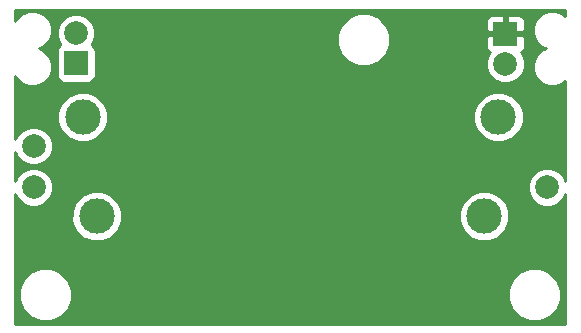
<source format=gbl>
G04 #@! TF.FileFunction,Copper,L2,Bot,Signal*
%FSLAX46Y46*%
G04 Gerber Fmt 4.6, Leading zero omitted, Abs format (unit mm)*
G04 Created by KiCad (PCBNEW 4.0.7) date Tuesday, 26 September 2017 'PMt' 23:25:46*
%MOMM*%
%LPD*%
G01*
G04 APERTURE LIST*
%ADD10C,0.100000*%
%ADD11R,2.000000X2.000000*%
%ADD12C,2.000000*%
%ADD13C,3.000000*%
%ADD14C,0.600000*%
%ADD15C,1.000000*%
%ADD16C,0.250000*%
%ADD17C,0.254000*%
G04 APERTURE END LIST*
D10*
D11*
X126700000Y-98790000D03*
D12*
X126700000Y-96250000D03*
X123100000Y-109300000D03*
X123100000Y-105800000D03*
X166600000Y-109300000D03*
D13*
X161250000Y-111750000D03*
X162450000Y-103350000D03*
X128450000Y-111750000D03*
X127250000Y-103350000D03*
D11*
X163050000Y-96310000D03*
D12*
X163050000Y-98850000D03*
X137600000Y-98930018D03*
D14*
X146032755Y-105454288D03*
X153250000Y-113000000D03*
D15*
X154250000Y-103000000D03*
D16*
X137600000Y-98930018D02*
X135300000Y-98930018D01*
X135300000Y-98930018D02*
X135130018Y-98930018D01*
X137600000Y-98930018D02*
X137798009Y-98930018D01*
X163050000Y-96310000D02*
X164300000Y-96310000D01*
D17*
G36*
X168140000Y-94827731D02*
X167927363Y-94614722D01*
X167326648Y-94365284D01*
X166676205Y-94364716D01*
X166075057Y-94613106D01*
X165614722Y-95072637D01*
X165365284Y-95673352D01*
X165364716Y-96323795D01*
X165613106Y-96924943D01*
X166072637Y-97385278D01*
X166469567Y-97550097D01*
X166075057Y-97713106D01*
X165614722Y-98172637D01*
X165365284Y-98773352D01*
X165364716Y-99423795D01*
X165613106Y-100024943D01*
X166072637Y-100485278D01*
X166673352Y-100734716D01*
X167323795Y-100735284D01*
X167924943Y-100486894D01*
X168140000Y-100272213D01*
X168140000Y-108745601D01*
X167986894Y-108375057D01*
X167527363Y-107914722D01*
X166926648Y-107665284D01*
X166276205Y-107664716D01*
X165675057Y-107913106D01*
X165214722Y-108372637D01*
X164965284Y-108973352D01*
X164964716Y-109623795D01*
X165213106Y-110224943D01*
X165672637Y-110685278D01*
X166273352Y-110934716D01*
X166923795Y-110935284D01*
X167524943Y-110686894D01*
X167985278Y-110227363D01*
X168140000Y-109854750D01*
X168140000Y-120840000D01*
X121560000Y-120840000D01*
X121560000Y-118842619D01*
X121864613Y-118842619D01*
X122204155Y-119664372D01*
X122832321Y-120293636D01*
X123653481Y-120634611D01*
X124542619Y-120635387D01*
X125364372Y-120295845D01*
X125993636Y-119667679D01*
X126334611Y-118846519D01*
X126334614Y-118842619D01*
X163264613Y-118842619D01*
X163604155Y-119664372D01*
X164232321Y-120293636D01*
X165053481Y-120634611D01*
X165942619Y-120635387D01*
X166764372Y-120295845D01*
X167393636Y-119667679D01*
X167734611Y-118846519D01*
X167735387Y-117957381D01*
X167395845Y-117135628D01*
X166767679Y-116506364D01*
X165946519Y-116165389D01*
X165057381Y-116164613D01*
X164235628Y-116504155D01*
X163606364Y-117132321D01*
X163265389Y-117953481D01*
X163264613Y-118842619D01*
X126334614Y-118842619D01*
X126335387Y-117957381D01*
X125995845Y-117135628D01*
X125367679Y-116506364D01*
X124546519Y-116165389D01*
X123657381Y-116164613D01*
X122835628Y-116504155D01*
X122206364Y-117132321D01*
X121865389Y-117953481D01*
X121864613Y-118842619D01*
X121560000Y-118842619D01*
X121560000Y-112172815D01*
X126314630Y-112172815D01*
X126638980Y-112957800D01*
X127239041Y-113558909D01*
X128023459Y-113884628D01*
X128872815Y-113885370D01*
X129657800Y-113561020D01*
X130258909Y-112960959D01*
X130584628Y-112176541D01*
X130584631Y-112172815D01*
X159114630Y-112172815D01*
X159438980Y-112957800D01*
X160039041Y-113558909D01*
X160823459Y-113884628D01*
X161672815Y-113885370D01*
X162457800Y-113561020D01*
X163058909Y-112960959D01*
X163384628Y-112176541D01*
X163385370Y-111327185D01*
X163061020Y-110542200D01*
X162460959Y-109941091D01*
X161676541Y-109615372D01*
X160827185Y-109614630D01*
X160042200Y-109938980D01*
X159441091Y-110539041D01*
X159115372Y-111323459D01*
X159114630Y-112172815D01*
X130584631Y-112172815D01*
X130585370Y-111327185D01*
X130261020Y-110542200D01*
X129660959Y-109941091D01*
X128876541Y-109615372D01*
X128027185Y-109614630D01*
X127242200Y-109938980D01*
X126641091Y-110539041D01*
X126315372Y-111323459D01*
X126314630Y-112172815D01*
X121560000Y-112172815D01*
X121560000Y-109854399D01*
X121713106Y-110224943D01*
X122172637Y-110685278D01*
X122773352Y-110934716D01*
X123423795Y-110935284D01*
X124024943Y-110686894D01*
X124485278Y-110227363D01*
X124734716Y-109626648D01*
X124735284Y-108976205D01*
X124486894Y-108375057D01*
X124027363Y-107914722D01*
X123426648Y-107665284D01*
X122776205Y-107664716D01*
X122175057Y-107913106D01*
X121714722Y-108372637D01*
X121560000Y-108745250D01*
X121560000Y-106354399D01*
X121713106Y-106724943D01*
X122172637Y-107185278D01*
X122773352Y-107434716D01*
X123423795Y-107435284D01*
X124024943Y-107186894D01*
X124485278Y-106727363D01*
X124734716Y-106126648D01*
X124735284Y-105476205D01*
X124486894Y-104875057D01*
X124027363Y-104414722D01*
X123426648Y-104165284D01*
X122776205Y-104164716D01*
X122175057Y-104413106D01*
X121714722Y-104872637D01*
X121560000Y-105245250D01*
X121560000Y-103772815D01*
X125114630Y-103772815D01*
X125438980Y-104557800D01*
X126039041Y-105158909D01*
X126823459Y-105484628D01*
X127672815Y-105485370D01*
X128457800Y-105161020D01*
X129058909Y-104560959D01*
X129384628Y-103776541D01*
X129384631Y-103772815D01*
X160314630Y-103772815D01*
X160638980Y-104557800D01*
X161239041Y-105158909D01*
X162023459Y-105484628D01*
X162872815Y-105485370D01*
X163657800Y-105161020D01*
X164258909Y-104560959D01*
X164584628Y-103776541D01*
X164585370Y-102927185D01*
X164261020Y-102142200D01*
X163660959Y-101541091D01*
X162876541Y-101215372D01*
X162027185Y-101214630D01*
X161242200Y-101538980D01*
X160641091Y-102139041D01*
X160315372Y-102923459D01*
X160314630Y-103772815D01*
X129384631Y-103772815D01*
X129385370Y-102927185D01*
X129061020Y-102142200D01*
X128460959Y-101541091D01*
X127676541Y-101215372D01*
X126827185Y-101214630D01*
X126042200Y-101538980D01*
X125441091Y-102139041D01*
X125115372Y-102923459D01*
X125114630Y-103772815D01*
X121560000Y-103772815D01*
X121560000Y-99896417D01*
X121613106Y-100024943D01*
X122072637Y-100485278D01*
X122673352Y-100734716D01*
X123323795Y-100735284D01*
X123924943Y-100486894D01*
X124385278Y-100027363D01*
X124634716Y-99426648D01*
X124635284Y-98776205D01*
X124386894Y-98175057D01*
X124002510Y-97790000D01*
X125052560Y-97790000D01*
X125052560Y-99790000D01*
X125096838Y-100025317D01*
X125235910Y-100241441D01*
X125448110Y-100386431D01*
X125700000Y-100437440D01*
X127700000Y-100437440D01*
X127935317Y-100393162D01*
X128151441Y-100254090D01*
X128296431Y-100041890D01*
X128347440Y-99790000D01*
X128347440Y-99173795D01*
X161414716Y-99173795D01*
X161663106Y-99774943D01*
X162122637Y-100235278D01*
X162723352Y-100484716D01*
X163373795Y-100485284D01*
X163974943Y-100236894D01*
X164435278Y-99777363D01*
X164684716Y-99176648D01*
X164685284Y-98526205D01*
X164436894Y-97925057D01*
X164374749Y-97862803D01*
X164409698Y-97848327D01*
X164588327Y-97669699D01*
X164685000Y-97436310D01*
X164685000Y-96595750D01*
X164526250Y-96437000D01*
X163177000Y-96437000D01*
X163177000Y-96457000D01*
X162923000Y-96457000D01*
X162923000Y-96437000D01*
X161573750Y-96437000D01*
X161415000Y-96595750D01*
X161415000Y-97436310D01*
X161511673Y-97669699D01*
X161690302Y-97848327D01*
X161724834Y-97862630D01*
X161664722Y-97922637D01*
X161415284Y-98523352D01*
X161414716Y-99173795D01*
X128347440Y-99173795D01*
X128347440Y-97790000D01*
X128303162Y-97554683D01*
X128164090Y-97338559D01*
X128023677Y-97242619D01*
X148814613Y-97242619D01*
X149154155Y-98064372D01*
X149782321Y-98693636D01*
X150603481Y-99034611D01*
X151492619Y-99035387D01*
X152314372Y-98695845D01*
X152943636Y-98067679D01*
X153284611Y-97246519D01*
X153285387Y-96357381D01*
X152945845Y-95535628D01*
X152594522Y-95183690D01*
X161415000Y-95183690D01*
X161415000Y-96024250D01*
X161573750Y-96183000D01*
X162923000Y-96183000D01*
X162923000Y-94833750D01*
X163177000Y-94833750D01*
X163177000Y-96183000D01*
X164526250Y-96183000D01*
X164685000Y-96024250D01*
X164685000Y-95183690D01*
X164588327Y-94950301D01*
X164409698Y-94771673D01*
X164176309Y-94675000D01*
X163335750Y-94675000D01*
X163177000Y-94833750D01*
X162923000Y-94833750D01*
X162764250Y-94675000D01*
X161923691Y-94675000D01*
X161690302Y-94771673D01*
X161511673Y-94950301D01*
X161415000Y-95183690D01*
X152594522Y-95183690D01*
X152317679Y-94906364D01*
X151496519Y-94565389D01*
X150607381Y-94564613D01*
X149785628Y-94904155D01*
X149156364Y-95532321D01*
X148815389Y-96353481D01*
X148814613Y-97242619D01*
X128023677Y-97242619D01*
X128021439Y-97241090D01*
X128085278Y-97177363D01*
X128334716Y-96576648D01*
X128335284Y-95926205D01*
X128086894Y-95325057D01*
X127627363Y-94864722D01*
X127026648Y-94615284D01*
X126376205Y-94614716D01*
X125775057Y-94863106D01*
X125314722Y-95322637D01*
X125065284Y-95923352D01*
X125064716Y-96573795D01*
X125313106Y-97174943D01*
X125379621Y-97241574D01*
X125248559Y-97325910D01*
X125103569Y-97538110D01*
X125052560Y-97790000D01*
X124002510Y-97790000D01*
X123927363Y-97714722D01*
X123530433Y-97549903D01*
X123924943Y-97386894D01*
X124385278Y-96927363D01*
X124634716Y-96326648D01*
X124635284Y-95676205D01*
X124386894Y-95075057D01*
X123927363Y-94614722D01*
X123326648Y-94365284D01*
X122676205Y-94364716D01*
X122075057Y-94613106D01*
X121614722Y-95072637D01*
X121560000Y-95204423D01*
X121560000Y-94260000D01*
X168140000Y-94260000D01*
X168140000Y-94827731D01*
X168140000Y-94827731D01*
G37*
X168140000Y-94827731D02*
X167927363Y-94614722D01*
X167326648Y-94365284D01*
X166676205Y-94364716D01*
X166075057Y-94613106D01*
X165614722Y-95072637D01*
X165365284Y-95673352D01*
X165364716Y-96323795D01*
X165613106Y-96924943D01*
X166072637Y-97385278D01*
X166469567Y-97550097D01*
X166075057Y-97713106D01*
X165614722Y-98172637D01*
X165365284Y-98773352D01*
X165364716Y-99423795D01*
X165613106Y-100024943D01*
X166072637Y-100485278D01*
X166673352Y-100734716D01*
X167323795Y-100735284D01*
X167924943Y-100486894D01*
X168140000Y-100272213D01*
X168140000Y-108745601D01*
X167986894Y-108375057D01*
X167527363Y-107914722D01*
X166926648Y-107665284D01*
X166276205Y-107664716D01*
X165675057Y-107913106D01*
X165214722Y-108372637D01*
X164965284Y-108973352D01*
X164964716Y-109623795D01*
X165213106Y-110224943D01*
X165672637Y-110685278D01*
X166273352Y-110934716D01*
X166923795Y-110935284D01*
X167524943Y-110686894D01*
X167985278Y-110227363D01*
X168140000Y-109854750D01*
X168140000Y-120840000D01*
X121560000Y-120840000D01*
X121560000Y-118842619D01*
X121864613Y-118842619D01*
X122204155Y-119664372D01*
X122832321Y-120293636D01*
X123653481Y-120634611D01*
X124542619Y-120635387D01*
X125364372Y-120295845D01*
X125993636Y-119667679D01*
X126334611Y-118846519D01*
X126334614Y-118842619D01*
X163264613Y-118842619D01*
X163604155Y-119664372D01*
X164232321Y-120293636D01*
X165053481Y-120634611D01*
X165942619Y-120635387D01*
X166764372Y-120295845D01*
X167393636Y-119667679D01*
X167734611Y-118846519D01*
X167735387Y-117957381D01*
X167395845Y-117135628D01*
X166767679Y-116506364D01*
X165946519Y-116165389D01*
X165057381Y-116164613D01*
X164235628Y-116504155D01*
X163606364Y-117132321D01*
X163265389Y-117953481D01*
X163264613Y-118842619D01*
X126334614Y-118842619D01*
X126335387Y-117957381D01*
X125995845Y-117135628D01*
X125367679Y-116506364D01*
X124546519Y-116165389D01*
X123657381Y-116164613D01*
X122835628Y-116504155D01*
X122206364Y-117132321D01*
X121865389Y-117953481D01*
X121864613Y-118842619D01*
X121560000Y-118842619D01*
X121560000Y-112172815D01*
X126314630Y-112172815D01*
X126638980Y-112957800D01*
X127239041Y-113558909D01*
X128023459Y-113884628D01*
X128872815Y-113885370D01*
X129657800Y-113561020D01*
X130258909Y-112960959D01*
X130584628Y-112176541D01*
X130584631Y-112172815D01*
X159114630Y-112172815D01*
X159438980Y-112957800D01*
X160039041Y-113558909D01*
X160823459Y-113884628D01*
X161672815Y-113885370D01*
X162457800Y-113561020D01*
X163058909Y-112960959D01*
X163384628Y-112176541D01*
X163385370Y-111327185D01*
X163061020Y-110542200D01*
X162460959Y-109941091D01*
X161676541Y-109615372D01*
X160827185Y-109614630D01*
X160042200Y-109938980D01*
X159441091Y-110539041D01*
X159115372Y-111323459D01*
X159114630Y-112172815D01*
X130584631Y-112172815D01*
X130585370Y-111327185D01*
X130261020Y-110542200D01*
X129660959Y-109941091D01*
X128876541Y-109615372D01*
X128027185Y-109614630D01*
X127242200Y-109938980D01*
X126641091Y-110539041D01*
X126315372Y-111323459D01*
X126314630Y-112172815D01*
X121560000Y-112172815D01*
X121560000Y-109854399D01*
X121713106Y-110224943D01*
X122172637Y-110685278D01*
X122773352Y-110934716D01*
X123423795Y-110935284D01*
X124024943Y-110686894D01*
X124485278Y-110227363D01*
X124734716Y-109626648D01*
X124735284Y-108976205D01*
X124486894Y-108375057D01*
X124027363Y-107914722D01*
X123426648Y-107665284D01*
X122776205Y-107664716D01*
X122175057Y-107913106D01*
X121714722Y-108372637D01*
X121560000Y-108745250D01*
X121560000Y-106354399D01*
X121713106Y-106724943D01*
X122172637Y-107185278D01*
X122773352Y-107434716D01*
X123423795Y-107435284D01*
X124024943Y-107186894D01*
X124485278Y-106727363D01*
X124734716Y-106126648D01*
X124735284Y-105476205D01*
X124486894Y-104875057D01*
X124027363Y-104414722D01*
X123426648Y-104165284D01*
X122776205Y-104164716D01*
X122175057Y-104413106D01*
X121714722Y-104872637D01*
X121560000Y-105245250D01*
X121560000Y-103772815D01*
X125114630Y-103772815D01*
X125438980Y-104557800D01*
X126039041Y-105158909D01*
X126823459Y-105484628D01*
X127672815Y-105485370D01*
X128457800Y-105161020D01*
X129058909Y-104560959D01*
X129384628Y-103776541D01*
X129384631Y-103772815D01*
X160314630Y-103772815D01*
X160638980Y-104557800D01*
X161239041Y-105158909D01*
X162023459Y-105484628D01*
X162872815Y-105485370D01*
X163657800Y-105161020D01*
X164258909Y-104560959D01*
X164584628Y-103776541D01*
X164585370Y-102927185D01*
X164261020Y-102142200D01*
X163660959Y-101541091D01*
X162876541Y-101215372D01*
X162027185Y-101214630D01*
X161242200Y-101538980D01*
X160641091Y-102139041D01*
X160315372Y-102923459D01*
X160314630Y-103772815D01*
X129384631Y-103772815D01*
X129385370Y-102927185D01*
X129061020Y-102142200D01*
X128460959Y-101541091D01*
X127676541Y-101215372D01*
X126827185Y-101214630D01*
X126042200Y-101538980D01*
X125441091Y-102139041D01*
X125115372Y-102923459D01*
X125114630Y-103772815D01*
X121560000Y-103772815D01*
X121560000Y-99896417D01*
X121613106Y-100024943D01*
X122072637Y-100485278D01*
X122673352Y-100734716D01*
X123323795Y-100735284D01*
X123924943Y-100486894D01*
X124385278Y-100027363D01*
X124634716Y-99426648D01*
X124635284Y-98776205D01*
X124386894Y-98175057D01*
X124002510Y-97790000D01*
X125052560Y-97790000D01*
X125052560Y-99790000D01*
X125096838Y-100025317D01*
X125235910Y-100241441D01*
X125448110Y-100386431D01*
X125700000Y-100437440D01*
X127700000Y-100437440D01*
X127935317Y-100393162D01*
X128151441Y-100254090D01*
X128296431Y-100041890D01*
X128347440Y-99790000D01*
X128347440Y-99173795D01*
X161414716Y-99173795D01*
X161663106Y-99774943D01*
X162122637Y-100235278D01*
X162723352Y-100484716D01*
X163373795Y-100485284D01*
X163974943Y-100236894D01*
X164435278Y-99777363D01*
X164684716Y-99176648D01*
X164685284Y-98526205D01*
X164436894Y-97925057D01*
X164374749Y-97862803D01*
X164409698Y-97848327D01*
X164588327Y-97669699D01*
X164685000Y-97436310D01*
X164685000Y-96595750D01*
X164526250Y-96437000D01*
X163177000Y-96437000D01*
X163177000Y-96457000D01*
X162923000Y-96457000D01*
X162923000Y-96437000D01*
X161573750Y-96437000D01*
X161415000Y-96595750D01*
X161415000Y-97436310D01*
X161511673Y-97669699D01*
X161690302Y-97848327D01*
X161724834Y-97862630D01*
X161664722Y-97922637D01*
X161415284Y-98523352D01*
X161414716Y-99173795D01*
X128347440Y-99173795D01*
X128347440Y-97790000D01*
X128303162Y-97554683D01*
X128164090Y-97338559D01*
X128023677Y-97242619D01*
X148814613Y-97242619D01*
X149154155Y-98064372D01*
X149782321Y-98693636D01*
X150603481Y-99034611D01*
X151492619Y-99035387D01*
X152314372Y-98695845D01*
X152943636Y-98067679D01*
X153284611Y-97246519D01*
X153285387Y-96357381D01*
X152945845Y-95535628D01*
X152594522Y-95183690D01*
X161415000Y-95183690D01*
X161415000Y-96024250D01*
X161573750Y-96183000D01*
X162923000Y-96183000D01*
X162923000Y-94833750D01*
X163177000Y-94833750D01*
X163177000Y-96183000D01*
X164526250Y-96183000D01*
X164685000Y-96024250D01*
X164685000Y-95183690D01*
X164588327Y-94950301D01*
X164409698Y-94771673D01*
X164176309Y-94675000D01*
X163335750Y-94675000D01*
X163177000Y-94833750D01*
X162923000Y-94833750D01*
X162764250Y-94675000D01*
X161923691Y-94675000D01*
X161690302Y-94771673D01*
X161511673Y-94950301D01*
X161415000Y-95183690D01*
X152594522Y-95183690D01*
X152317679Y-94906364D01*
X151496519Y-94565389D01*
X150607381Y-94564613D01*
X149785628Y-94904155D01*
X149156364Y-95532321D01*
X148815389Y-96353481D01*
X148814613Y-97242619D01*
X128023677Y-97242619D01*
X128021439Y-97241090D01*
X128085278Y-97177363D01*
X128334716Y-96576648D01*
X128335284Y-95926205D01*
X128086894Y-95325057D01*
X127627363Y-94864722D01*
X127026648Y-94615284D01*
X126376205Y-94614716D01*
X125775057Y-94863106D01*
X125314722Y-95322637D01*
X125065284Y-95923352D01*
X125064716Y-96573795D01*
X125313106Y-97174943D01*
X125379621Y-97241574D01*
X125248559Y-97325910D01*
X125103569Y-97538110D01*
X125052560Y-97790000D01*
X124002510Y-97790000D01*
X123927363Y-97714722D01*
X123530433Y-97549903D01*
X123924943Y-97386894D01*
X124385278Y-96927363D01*
X124634716Y-96326648D01*
X124635284Y-95676205D01*
X124386894Y-95075057D01*
X123927363Y-94614722D01*
X123326648Y-94365284D01*
X122676205Y-94364716D01*
X122075057Y-94613106D01*
X121614722Y-95072637D01*
X121560000Y-95204423D01*
X121560000Y-94260000D01*
X168140000Y-94260000D01*
X168140000Y-94827731D01*
M02*

</source>
